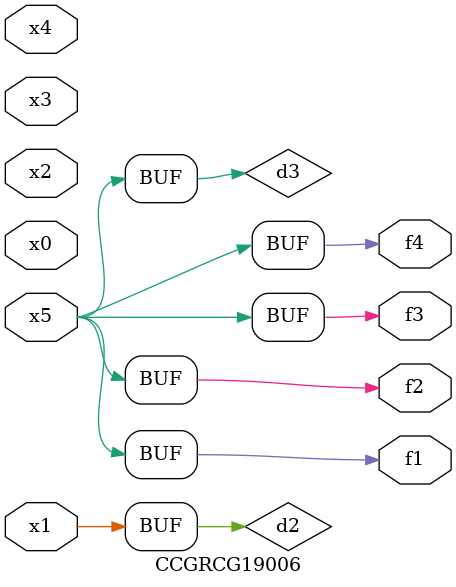
<source format=v>
module CCGRCG19006(
	input x0, x1, x2, x3, x4, x5,
	output f1, f2, f3, f4
);

	wire d1, d2, d3;

	not (d1, x5);
	or (d2, x1);
	xnor (d3, d1);
	assign f1 = d3;
	assign f2 = d3;
	assign f3 = d3;
	assign f4 = d3;
endmodule

</source>
